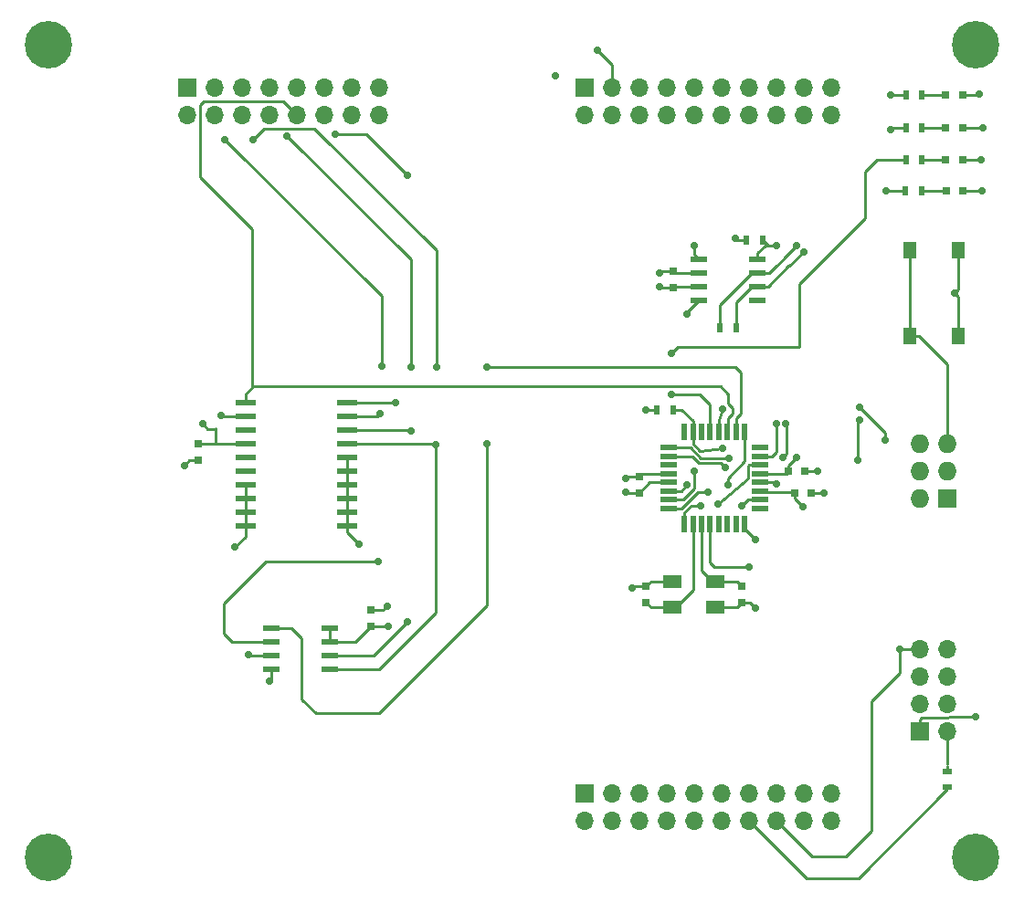
<source format=gtl>
G04 #@! TF.FileFunction,Copper,L1,Top,Signal*
%FSLAX46Y46*%
G04 Gerber Fmt 4.6, Leading zero omitted, Abs format (unit mm)*
G04 Created by KiCad (PCBNEW 4.0.6) date Monday, August 21, 2017 'PMt' 07:13:58 PM*
%MOMM*%
%LPD*%
G01*
G04 APERTURE LIST*
%ADD10C,0.100000*%
%ADD11R,1.600000X0.550000*%
%ADD12R,0.550000X1.600000*%
%ADD13R,0.500000X0.900000*%
%ADD14R,1.700000X1.700000*%
%ADD15O,1.700000X1.700000*%
%ADD16R,1.727200X1.727200*%
%ADD17O,1.727200X1.727200*%
%ADD18R,1.300000X1.550000*%
%ADD19R,0.800000X0.750000*%
%ADD20R,0.750000X0.800000*%
%ADD21R,0.797560X0.797560*%
%ADD22R,0.900000X0.500000*%
%ADD23R,1.550000X0.600000*%
%ADD24R,1.800000X1.200000*%
%ADD25R,0.800000X0.800000*%
%ADD26R,1.950000X0.600000*%
%ADD27C,4.400000*%
%ADD28C,0.700000*%
%ADD29C,0.250000*%
G04 APERTURE END LIST*
D10*
D11*
X163517000Y-91688000D03*
X163517000Y-92488000D03*
X163517000Y-93288000D03*
X163517000Y-94088000D03*
X163517000Y-94888000D03*
X163517000Y-95688000D03*
X163517000Y-96488000D03*
X163517000Y-97288000D03*
D12*
X164967000Y-98738000D03*
X165767000Y-98738000D03*
X166567000Y-98738000D03*
X167367000Y-98738000D03*
X168167000Y-98738000D03*
X168967000Y-98738000D03*
X169767000Y-98738000D03*
X170567000Y-98738000D03*
D11*
X172017000Y-97288000D03*
X172017000Y-96488000D03*
X172017000Y-95688000D03*
X172017000Y-94888000D03*
X172017000Y-94088000D03*
X172017000Y-93288000D03*
X172017000Y-92488000D03*
X172017000Y-91688000D03*
D12*
X170567000Y-90238000D03*
X169767000Y-90238000D03*
X168967000Y-90238000D03*
X168167000Y-90238000D03*
X167367000Y-90238000D03*
X166567000Y-90238000D03*
X165767000Y-90238000D03*
X164967000Y-90238000D03*
D13*
X170700000Y-72390000D03*
X172200000Y-72390000D03*
D14*
X155702000Y-123698000D03*
D15*
X155702000Y-126238000D03*
X158242000Y-123698000D03*
X158242000Y-126238000D03*
X160782000Y-123698000D03*
X160782000Y-126238000D03*
X163322000Y-123698000D03*
X163322000Y-126238000D03*
X165862000Y-123698000D03*
X165862000Y-126238000D03*
X168402000Y-123698000D03*
X168402000Y-126238000D03*
X170942000Y-123698000D03*
X170942000Y-126238000D03*
X173482000Y-123698000D03*
X173482000Y-126238000D03*
X176022000Y-123698000D03*
X176022000Y-126238000D03*
X178562000Y-123698000D03*
X178562000Y-126238000D03*
D14*
X155702000Y-58293000D03*
D15*
X155702000Y-60833000D03*
X158242000Y-58293000D03*
X158242000Y-60833000D03*
X160782000Y-58293000D03*
X160782000Y-60833000D03*
X163322000Y-58293000D03*
X163322000Y-60833000D03*
X165862000Y-58293000D03*
X165862000Y-60833000D03*
X168402000Y-58293000D03*
X168402000Y-60833000D03*
X170942000Y-58293000D03*
X170942000Y-60833000D03*
X173482000Y-58293000D03*
X173482000Y-60833000D03*
X176022000Y-58293000D03*
X176022000Y-60833000D03*
X178562000Y-58293000D03*
X178562000Y-60833000D03*
D16*
X189357000Y-96393000D03*
D17*
X186817000Y-96393000D03*
X189357000Y-93853000D03*
X186817000Y-93853000D03*
X189357000Y-91313000D03*
X186817000Y-91313000D03*
D18*
X185837000Y-81318000D03*
X185837000Y-73368000D03*
X190337000Y-81318000D03*
X190337000Y-73368000D03*
D14*
X186817000Y-117983000D03*
D15*
X189357000Y-117983000D03*
X186817000Y-115443000D03*
X189357000Y-115443000D03*
X186817000Y-112903000D03*
X189357000Y-112903000D03*
X186817000Y-110363000D03*
X189357000Y-110363000D03*
D19*
X176737000Y-95858000D03*
X175237000Y-95858000D03*
D20*
X160782000Y-95873000D03*
X160782000Y-94373000D03*
D19*
X176137000Y-93853000D03*
X174637000Y-93853000D03*
D20*
X163957000Y-76823000D03*
X163957000Y-75323000D03*
X161417000Y-104533000D03*
X161417000Y-106033000D03*
X170307000Y-106033000D03*
X170307000Y-104533000D03*
D21*
X189242700Y-67818000D03*
X190741300Y-67818000D03*
D14*
X118872000Y-58293000D03*
D15*
X118872000Y-60833000D03*
X121412000Y-58293000D03*
X121412000Y-60833000D03*
X123952000Y-58293000D03*
X123952000Y-60833000D03*
X126492000Y-58293000D03*
X126492000Y-60833000D03*
X129032000Y-58293000D03*
X129032000Y-60833000D03*
X131572000Y-58293000D03*
X131572000Y-60833000D03*
X134112000Y-58293000D03*
X134112000Y-60833000D03*
X136652000Y-58293000D03*
X136652000Y-60833000D03*
D13*
X169787000Y-80518000D03*
X168287000Y-80518000D03*
X162457000Y-88138000D03*
X163957000Y-88138000D03*
X185432000Y-67818000D03*
X186932000Y-67818000D03*
D22*
X189357000Y-123178000D03*
X189357000Y-121678000D03*
D23*
X166337000Y-74168000D03*
X166337000Y-75438000D03*
X166337000Y-76708000D03*
X166337000Y-77978000D03*
X171737000Y-77978000D03*
X171737000Y-76708000D03*
X171737000Y-75438000D03*
X171737000Y-74168000D03*
D24*
X163862000Y-106483000D03*
X167862000Y-106483000D03*
X167862000Y-104083000D03*
X163862000Y-104083000D03*
D20*
X135900000Y-106750000D03*
X135900000Y-108250000D03*
X119900000Y-92850000D03*
X119900000Y-91350000D03*
D25*
X189200000Y-65000000D03*
X190800000Y-65000000D03*
X189200000Y-62000000D03*
X190800000Y-62000000D03*
X189200000Y-59000000D03*
X190800000Y-59000000D03*
D26*
X124281200Y-87503000D03*
X124281200Y-88773000D03*
X124281200Y-90043000D03*
X124281200Y-91313000D03*
X124281200Y-92583000D03*
X124281200Y-93853000D03*
X124281200Y-95123000D03*
X124281200Y-96393000D03*
X124281200Y-97663000D03*
X124281200Y-98933000D03*
X133681200Y-98933000D03*
X133681200Y-97663000D03*
X133681200Y-96393000D03*
X133681200Y-95123000D03*
X133681200Y-93853000D03*
X133681200Y-92583000D03*
X133681200Y-91313000D03*
X133681200Y-90043000D03*
X133681200Y-88773000D03*
X133681200Y-87503000D03*
D13*
X185500000Y-65000000D03*
X187000000Y-65000000D03*
X185500000Y-62000000D03*
X187000000Y-62000000D03*
X185500000Y-59000000D03*
X187000000Y-59000000D03*
D23*
X126711400Y-108385800D03*
X126711400Y-109655800D03*
X126711400Y-110925800D03*
X126711400Y-112195800D03*
X132111400Y-112195800D03*
X132111400Y-110925800D03*
X132111400Y-109655800D03*
X132111400Y-108385800D03*
D27*
X192000000Y-54300000D03*
X192000000Y-129700000D03*
X106000000Y-129700000D03*
X106000000Y-54300000D03*
D28*
X192300000Y-58900000D03*
X192600000Y-62000000D03*
X192500000Y-65000000D03*
X137400000Y-106400000D03*
X126500000Y-113300000D03*
X122000000Y-88700000D03*
X156900000Y-54800000D03*
X134800000Y-100600000D03*
X123300000Y-100900000D03*
X118600000Y-93300000D03*
X169672000Y-72263000D03*
X162687000Y-75438000D03*
X159512000Y-95758000D03*
X173482000Y-95013000D03*
X177892000Y-95858000D03*
X177292000Y-93853000D03*
X192532000Y-67818000D03*
X189992000Y-77343000D03*
X160147000Y-104648000D03*
X171577000Y-106553000D03*
X120300000Y-89480000D03*
X124600000Y-110900000D03*
X137500000Y-108200000D03*
X153000000Y-57200000D03*
X161417000Y-88138000D03*
X162687000Y-76708000D03*
X159512000Y-94488000D03*
X175987000Y-97128000D03*
X175387000Y-92583000D03*
X183642000Y-67818000D03*
X174382003Y-89408000D03*
X174117000Y-92583000D03*
X171577000Y-100203000D03*
X168100000Y-96900000D03*
X169037000Y-95123000D03*
X170307000Y-97028000D03*
X192000000Y-116600000D03*
X168500000Y-91700000D03*
X184100000Y-59000000D03*
X181200000Y-87900000D03*
X183600000Y-91000000D03*
X169074278Y-92625652D03*
X181000000Y-92800000D03*
X181200000Y-89100000D03*
X184100000Y-62200000D03*
X168779591Y-93476042D03*
X184912000Y-110363000D03*
X170942000Y-102743000D03*
X165186999Y-79248000D03*
X165227000Y-95123000D03*
X136600000Y-102200000D03*
X136900000Y-84100000D03*
X136800000Y-88500000D03*
X122400000Y-63100000D03*
X167132000Y-95758000D03*
X165862000Y-72898000D03*
X165862000Y-93853000D03*
X141900000Y-91400000D03*
X142000000Y-84200000D03*
X125000000Y-63100000D03*
X166497000Y-97028000D03*
X138240000Y-87520000D03*
X139300000Y-107800000D03*
X139600000Y-90100000D03*
X139600000Y-84200000D03*
X128100000Y-62800000D03*
X168500000Y-88100000D03*
X176023397Y-73534397D03*
X175387000Y-72898000D03*
X173482000Y-89408000D03*
X173482000Y-72898000D03*
X163800000Y-86700000D03*
X163800000Y-82900000D03*
X132600000Y-62600000D03*
X139300000Y-66400000D03*
X146700000Y-84200000D03*
X146700000Y-91300000D03*
D29*
X190800000Y-59000000D02*
X192200000Y-59000000D01*
X192200000Y-59000000D02*
X192300000Y-58900000D01*
X190800000Y-62000000D02*
X192600000Y-62000000D01*
X190800000Y-65000000D02*
X192500000Y-65000000D01*
X135900000Y-106750000D02*
X137050000Y-106750000D01*
X137050000Y-106750000D02*
X137400000Y-106400000D01*
X126711400Y-112195800D02*
X126711400Y-113088600D01*
X126711400Y-113088600D02*
X126500000Y-113300000D01*
X124281200Y-88773000D02*
X122073000Y-88773000D01*
X122073000Y-88773000D02*
X122000000Y-88700000D01*
X158242000Y-58293000D02*
X158242000Y-56142000D01*
X158242000Y-56142000D02*
X156900000Y-54800000D01*
X133681200Y-98933000D02*
X133681200Y-99481200D01*
X133681200Y-99481200D02*
X134800000Y-100600000D01*
X133681200Y-92583000D02*
X133681200Y-93853000D01*
X133681200Y-93853000D02*
X133681200Y-95123000D01*
X133681200Y-95123000D02*
X133681200Y-96393000D01*
X133681200Y-96393000D02*
X133681200Y-97663000D01*
X133681200Y-97663000D02*
X133681200Y-98933000D01*
X124281200Y-98933000D02*
X124281200Y-99918800D01*
X124281200Y-99918800D02*
X123300000Y-100900000D01*
X124281200Y-97663000D02*
X124281200Y-98933000D01*
X124281200Y-95123000D02*
X124281200Y-96393000D01*
X124281200Y-96393000D02*
X124281200Y-97663000D01*
X119900000Y-92850000D02*
X119050000Y-92850000D01*
X119050000Y-92850000D02*
X118600000Y-93300000D01*
X170700000Y-72390000D02*
X169799000Y-72390000D01*
X169799000Y-72390000D02*
X169672000Y-72263000D01*
X163957000Y-75323000D02*
X162802000Y-75323000D01*
X162802000Y-75323000D02*
X162687000Y-75438000D01*
X166337000Y-75438000D02*
X164072000Y-75438000D01*
X164072000Y-75438000D02*
X163957000Y-75323000D01*
X160782000Y-95873000D02*
X159627000Y-95873000D01*
X159627000Y-95873000D02*
X159512000Y-95758000D01*
X163517000Y-94888000D02*
X161742000Y-94888000D01*
X161742000Y-94888000D02*
X160782000Y-95848000D01*
X160782000Y-95848000D02*
X160782000Y-95873000D01*
X172017000Y-94888000D02*
X173357000Y-94888000D01*
X173357000Y-94888000D02*
X173482000Y-95013000D01*
X176737000Y-95858000D02*
X177892000Y-95858000D01*
X176137000Y-93853000D02*
X177292000Y-93853000D01*
X190741300Y-67818000D02*
X192532000Y-67818000D01*
X190337000Y-81318000D02*
X190337000Y-77688000D01*
X190337000Y-77688000D02*
X189992000Y-77343000D01*
X190337000Y-73368000D02*
X190337000Y-76998000D01*
X190337000Y-76998000D02*
X189992000Y-77343000D01*
X161417000Y-104533000D02*
X160262000Y-104533000D01*
X160262000Y-104533000D02*
X160147000Y-104648000D01*
X163862000Y-104083000D02*
X161867000Y-104083000D01*
X161867000Y-104083000D02*
X161417000Y-104533000D01*
X170307000Y-106033000D02*
X171057000Y-106033000D01*
X171057000Y-106033000D02*
X171577000Y-106553000D01*
X167862000Y-106483000D02*
X169857000Y-106483000D01*
X169857000Y-106483000D02*
X170307000Y-106033000D01*
X121540000Y-89920000D02*
X120740000Y-89920000D01*
X120740000Y-89920000D02*
X120300000Y-89480000D01*
X121540000Y-91313000D02*
X119937000Y-91313000D01*
X124281200Y-91313000D02*
X121540000Y-91313000D01*
X121540000Y-91313000D02*
X121540000Y-89920000D01*
X121540000Y-89920000D02*
X121550000Y-89910000D01*
X126711400Y-110925800D02*
X124625800Y-110925800D01*
X124625800Y-110925800D02*
X124600000Y-110900000D01*
X135900000Y-108250000D02*
X137450000Y-108250000D01*
X137450000Y-108250000D02*
X137500000Y-108200000D01*
X132111400Y-109655800D02*
X134494200Y-109655800D01*
X134494200Y-109655800D02*
X135900000Y-108250000D01*
X132111400Y-108385800D02*
X132111400Y-109655800D01*
X153000000Y-57200000D02*
X152900000Y-57300000D01*
X119937000Y-91313000D02*
X119900000Y-91350000D01*
X162457000Y-88138000D02*
X161417000Y-88138000D01*
X163957000Y-76823000D02*
X162802000Y-76823000D01*
X162802000Y-76823000D02*
X162687000Y-76708000D01*
X166337000Y-76708000D02*
X164072000Y-76708000D01*
X164072000Y-76708000D02*
X163957000Y-76823000D01*
X160782000Y-94373000D02*
X159627000Y-94373000D01*
X159627000Y-94373000D02*
X159512000Y-94488000D01*
X163517000Y-94088000D02*
X161067000Y-94088000D01*
X161067000Y-94088000D02*
X160782000Y-94373000D01*
X175237000Y-95858000D02*
X175237000Y-96378000D01*
X175237000Y-96378000D02*
X175987000Y-97128000D01*
X174637000Y-93853000D02*
X174637000Y-93333000D01*
X174637000Y-93333000D02*
X175387000Y-92583000D01*
X172617000Y-95788000D02*
X175167000Y-95788000D01*
X175167000Y-95788000D02*
X175237000Y-95858000D01*
X172017000Y-94088000D02*
X174402000Y-94088000D01*
X174402000Y-94088000D02*
X174637000Y-93853000D01*
X185432000Y-67818000D02*
X183642000Y-67818000D01*
X163862000Y-106483000D02*
X161867000Y-106483000D01*
X161867000Y-106483000D02*
X161417000Y-106033000D01*
X165767000Y-98738000D02*
X165767000Y-104878000D01*
X165767000Y-104878000D02*
X164162000Y-106483000D01*
X164162000Y-106483000D02*
X163862000Y-106483000D01*
X167862000Y-104083000D02*
X169857000Y-104083000D01*
X169857000Y-104083000D02*
X170307000Y-104533000D01*
X166567000Y-98738000D02*
X166567000Y-103088000D01*
X166567000Y-103088000D02*
X167562000Y-104083000D01*
X167562000Y-104083000D02*
X167862000Y-104083000D01*
X186932000Y-67818000D02*
X189242700Y-67818000D01*
X174117000Y-92583000D02*
X174466999Y-92233001D01*
X174466999Y-92233001D02*
X174466999Y-89492996D01*
X174466999Y-89492996D02*
X174382003Y-89408000D01*
X170567000Y-98738000D02*
X170567000Y-99193000D01*
X170567000Y-99193000D02*
X171577000Y-100203000D01*
X170967000Y-93288000D02*
X170891999Y-93363001D01*
X170891999Y-93363001D02*
X170891999Y-94498001D01*
X170891999Y-94498001D02*
X168100000Y-96900000D01*
X172017000Y-93288000D02*
X170967000Y-93288000D01*
X170567000Y-92958000D02*
X169037000Y-94488000D01*
X169037000Y-94488000D02*
X169037000Y-95123000D01*
X170567000Y-91688000D02*
X170567000Y-92958000D01*
X170567000Y-90238000D02*
X170567000Y-91688000D01*
X172017000Y-96488000D02*
X170847000Y-96488000D01*
X170847000Y-96488000D02*
X170307000Y-97028000D01*
X189357000Y-115443000D02*
X188556002Y-115443000D01*
X186817000Y-117983000D02*
X186817000Y-116883000D01*
X186817000Y-116883000D02*
X186987000Y-116713000D01*
X186987000Y-116713000D02*
X192000000Y-116600000D01*
X165767000Y-90238000D02*
X165767000Y-91288000D01*
X165767000Y-91288000D02*
X166427000Y-91948000D01*
X166427000Y-91948000D02*
X168500000Y-91700000D01*
X163957000Y-88138000D02*
X164717000Y-88138000D01*
X164717000Y-88138000D02*
X165767000Y-89188000D01*
X165767000Y-89188000D02*
X165767000Y-90238000D01*
X185837000Y-81318000D02*
X185837000Y-73368000D01*
X189357000Y-91313000D02*
X189357000Y-83938000D01*
X189357000Y-83938000D02*
X186737000Y-81318000D01*
X186737000Y-81318000D02*
X185837000Y-81318000D01*
X181200000Y-87900000D02*
X183600000Y-90300000D01*
X183600000Y-90300000D02*
X183600000Y-91000000D01*
X185500000Y-59000000D02*
X184100000Y-59000000D01*
X163517000Y-91688000D02*
X165530590Y-91688000D01*
X165530590Y-91688000D02*
X166465591Y-92623001D01*
X166465591Y-92623001D02*
X169071627Y-92623001D01*
X169071627Y-92623001D02*
X169074278Y-92625652D01*
X185500000Y-62000000D02*
X184300000Y-62000000D01*
X181000000Y-89300000D02*
X181000000Y-92800000D01*
X181200000Y-89100000D02*
X181000000Y-89300000D01*
X184300000Y-62000000D02*
X184100000Y-62200000D01*
X165694180Y-92488000D02*
X166279191Y-93073011D01*
X166279191Y-93073011D02*
X168376560Y-93073011D01*
X168376560Y-93073011D02*
X168779591Y-93476042D01*
X163517000Y-92488000D02*
X165694180Y-92488000D01*
X184912000Y-110363000D02*
X184912000Y-112588000D01*
X176844000Y-129600000D02*
X173482000Y-126238000D01*
X179900000Y-129600000D02*
X176844000Y-129600000D01*
X182300000Y-127200000D02*
X179900000Y-129600000D01*
X182300000Y-115200000D02*
X182300000Y-127200000D01*
X184912000Y-112588000D02*
X182300000Y-115200000D01*
X167367000Y-98738000D02*
X167367000Y-102343000D01*
X167367000Y-102343000D02*
X167767000Y-102743000D01*
X167767000Y-102743000D02*
X170322000Y-102743000D01*
X170322000Y-102743000D02*
X170942000Y-102743000D01*
X184912000Y-110363000D02*
X186817000Y-110363000D01*
X165186999Y-79248000D02*
X165186999Y-79128001D01*
X165186999Y-79128001D02*
X166337000Y-77978000D01*
X163517000Y-95688000D02*
X164662000Y-95688000D01*
X164662000Y-95688000D02*
X165227000Y-95123000D01*
X166497000Y-78138000D02*
X166337000Y-77978000D01*
X126711400Y-109655800D02*
X123055800Y-109655800D01*
X126200000Y-102200000D02*
X136600000Y-102200000D01*
X122300000Y-106100000D02*
X126200000Y-102200000D01*
X122300000Y-108900000D02*
X122300000Y-106100000D01*
X123055800Y-109655800D02*
X122300000Y-108900000D01*
X136900000Y-84100000D02*
X136900000Y-77600000D01*
X136750000Y-88550000D02*
X136800000Y-88500000D01*
X136527000Y-88773000D02*
X136750000Y-88550000D01*
X133681200Y-88773000D02*
X136527000Y-88773000D01*
X136900000Y-77600000D02*
X122400000Y-63100000D01*
X163517000Y-97288000D02*
X164730590Y-97288000D01*
X164730590Y-97288000D02*
X166260590Y-95758000D01*
X166260590Y-95758000D02*
X167132000Y-95758000D01*
X165862000Y-72898000D02*
X165862000Y-73693000D01*
X165862000Y-73693000D02*
X166337000Y-74168000D01*
X163517000Y-96488000D02*
X164861002Y-96488000D01*
X164861002Y-96488000D02*
X165902001Y-95447001D01*
X165902001Y-95447001D02*
X165902001Y-93893001D01*
X165902001Y-93893001D02*
X165862000Y-93853000D01*
X132111400Y-112195800D02*
X136704200Y-112195800D01*
X141900000Y-107000000D02*
X141900000Y-91400000D01*
X136704200Y-112195800D02*
X141900000Y-107000000D01*
X126300000Y-62100000D02*
X126000000Y-62100000D01*
X142000000Y-73400000D02*
X130700000Y-62100000D01*
X130700000Y-62100000D02*
X126300000Y-62100000D01*
X133681200Y-91313000D02*
X141813000Y-91313000D01*
X141813000Y-91313000D02*
X141900000Y-91400000D01*
X142000000Y-84200000D02*
X142000000Y-73600000D01*
X142000000Y-73600000D02*
X142000000Y-73400000D01*
X126000000Y-62100000D02*
X125000000Y-63100000D01*
X164967000Y-98738000D02*
X164967000Y-97688000D01*
X164967000Y-97688000D02*
X165627000Y-97028000D01*
X165627000Y-97028000D02*
X166497000Y-97028000D01*
X133681200Y-87503000D02*
X138223000Y-87503000D01*
X138223000Y-87503000D02*
X138240000Y-87520000D01*
X132111400Y-110925800D02*
X136174200Y-110925800D01*
X136174200Y-110925800D02*
X139300000Y-107800000D01*
X139600000Y-84200000D02*
X139600000Y-74200000D01*
X139543000Y-90043000D02*
X139600000Y-90100000D01*
X133681200Y-90043000D02*
X139543000Y-90043000D01*
X139600000Y-74200000D02*
X128100000Y-62800000D01*
X168167000Y-90238000D02*
X168167000Y-89088001D01*
X168167000Y-89088001D02*
X168500000Y-88100000D01*
X174645254Y-74824746D02*
X174733048Y-74824746D01*
X174733048Y-74824746D02*
X176023397Y-73534397D01*
X171737000Y-76708000D02*
X172762000Y-76708000D01*
X172762000Y-76708000D02*
X174645254Y-74824746D01*
X171737000Y-76708000D02*
X172212000Y-76708000D01*
X171737000Y-76708000D02*
X171262000Y-76708000D01*
X171262000Y-76708000D02*
X169787000Y-78183000D01*
X169787000Y-78183000D02*
X169787000Y-79818000D01*
X169787000Y-79818000D02*
X169787000Y-80518000D01*
X175387000Y-72898000D02*
X174157000Y-74128000D01*
X174157000Y-74128000D02*
X174157000Y-74168000D01*
X173482000Y-74803000D02*
X173522000Y-74803000D01*
X173522000Y-74803000D02*
X174157000Y-74168000D01*
X171737000Y-75438000D02*
X172847000Y-75438000D01*
X172847000Y-75438000D02*
X173482000Y-74803000D01*
X171737000Y-75438000D02*
X172212000Y-75438000D01*
X171737000Y-75438000D02*
X171262000Y-75438000D01*
X171262000Y-75438000D02*
X168287000Y-78413000D01*
X168287000Y-78413000D02*
X168287000Y-79818000D01*
X168287000Y-79818000D02*
X168287000Y-80518000D01*
X189357000Y-123178000D02*
X189357000Y-123343000D01*
X189357000Y-123343000D02*
X181100000Y-131600000D01*
X181100000Y-131600000D02*
X176304000Y-131600000D01*
X176304000Y-131600000D02*
X170942000Y-126238000D01*
X189357000Y-121158000D02*
X189357000Y-121678000D01*
X189357000Y-121043000D02*
X189357000Y-117983000D01*
X172017000Y-92488000D02*
X173067000Y-92488000D01*
X173067000Y-92488000D02*
X173482000Y-92073000D01*
X173482000Y-92073000D02*
X173482000Y-89408000D01*
X172708000Y-72898000D02*
X172457000Y-72898000D01*
X172457000Y-72898000D02*
X171737000Y-73618000D01*
X171737000Y-73618000D02*
X171737000Y-74168000D01*
X173482000Y-72898000D02*
X172708000Y-72898000D01*
X172708000Y-72898000D02*
X172200000Y-72390000D01*
X187000000Y-65000000D02*
X189200000Y-65000000D01*
X187000000Y-62000000D02*
X189200000Y-62000000D01*
X187000000Y-59000000D02*
X189200000Y-59000000D01*
X124900000Y-86100000D02*
X124900000Y-71400000D01*
X127799000Y-59600000D02*
X129032000Y-60833000D01*
X120400000Y-59600000D02*
X127799000Y-59600000D01*
X120100000Y-59900000D02*
X120400000Y-59600000D01*
X120100000Y-66600000D02*
X120100000Y-59900000D01*
X124900000Y-71400000D02*
X120100000Y-66600000D01*
X124281200Y-87503000D02*
X124281200Y-86718800D01*
X125000000Y-86000000D02*
X126300000Y-86000000D01*
X124281200Y-86718800D02*
X124900000Y-86100000D01*
X124900000Y-86100000D02*
X125000000Y-86000000D01*
X169000000Y-90205000D02*
X169000000Y-88900000D01*
X169400000Y-88500000D02*
X169000000Y-88900000D01*
X169000000Y-86700000D02*
X169000000Y-87600000D01*
X126162400Y-86000000D02*
X126300000Y-86000000D01*
X126300000Y-86000000D02*
X168300000Y-86000000D01*
X168300000Y-86000000D02*
X169000000Y-86700000D01*
X169000000Y-87600000D02*
X169400000Y-88000000D01*
X169400000Y-88000000D02*
X169400000Y-88500000D01*
X169000000Y-90205000D02*
X168967000Y-90238000D01*
X175600000Y-82300000D02*
X175600000Y-76500000D01*
X167367000Y-87667000D02*
X166400000Y-86700000D01*
X166400000Y-86700000D02*
X163800000Y-86700000D01*
X163800000Y-82900000D02*
X164400000Y-82300000D01*
X164400000Y-82300000D02*
X175600000Y-82300000D01*
X167367000Y-90238000D02*
X167367000Y-87667000D01*
X182800000Y-65000000D02*
X185500000Y-65000000D01*
X181700000Y-66100000D02*
X182800000Y-65000000D01*
X181700000Y-70400000D02*
X181700000Y-66100000D01*
X175600000Y-76500000D02*
X181700000Y-70400000D01*
X135500000Y-62600000D02*
X132600000Y-62600000D01*
X139300000Y-66400000D02*
X135500000Y-62600000D01*
X130800000Y-116300000D02*
X136700000Y-116300000D01*
X128585800Y-108385800D02*
X129500000Y-109300000D01*
X129500000Y-109300000D02*
X129500000Y-115000000D01*
X129500000Y-115000000D02*
X130800000Y-116300000D01*
X126711400Y-108385800D02*
X128585800Y-108385800D01*
X169767000Y-88933000D02*
X169767000Y-90238000D01*
X170200000Y-88500000D02*
X169767000Y-88933000D01*
X170200000Y-84700000D02*
X170200000Y-88500000D01*
X169700000Y-84200000D02*
X170200000Y-84700000D01*
X146700000Y-84200000D02*
X169700000Y-84200000D01*
X146700000Y-106300000D02*
X146700000Y-91300000D01*
X136700000Y-116300000D02*
X146700000Y-106300000D01*
M02*

</source>
